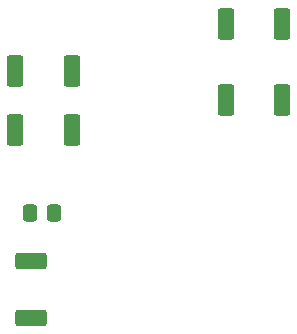
<source format=gbr>
%TF.GenerationSoftware,KiCad,Pcbnew,7.0.7*%
%TF.CreationDate,2024-02-22T12:37:55+00:00*%
%TF.ProjectId,massFlowControllerInterface_rev0,6d617373-466c-46f7-9743-6f6e74726f6c,rev?*%
%TF.SameCoordinates,Original*%
%TF.FileFunction,Paste,Top*%
%TF.FilePolarity,Positive*%
%FSLAX46Y46*%
G04 Gerber Fmt 4.6, Leading zero omitted, Abs format (unit mm)*
G04 Created by KiCad (PCBNEW 7.0.7) date 2024-02-22 12:37:55*
%MOMM*%
%LPD*%
G01*
G04 APERTURE LIST*
G04 Aperture macros list*
%AMRoundRect*
0 Rectangle with rounded corners*
0 $1 Rounding radius*
0 $2 $3 $4 $5 $6 $7 $8 $9 X,Y pos of 4 corners*
0 Add a 4 corners polygon primitive as box body*
4,1,4,$2,$3,$4,$5,$6,$7,$8,$9,$2,$3,0*
0 Add four circle primitives for the rounded corners*
1,1,$1+$1,$2,$3*
1,1,$1+$1,$4,$5*
1,1,$1+$1,$6,$7*
1,1,$1+$1,$8,$9*
0 Add four rect primitives between the rounded corners*
20,1,$1+$1,$2,$3,$4,$5,0*
20,1,$1+$1,$4,$5,$6,$7,0*
20,1,$1+$1,$6,$7,$8,$9,0*
20,1,$1+$1,$8,$9,$2,$3,0*%
G04 Aperture macros list end*
%ADD10RoundRect,0.249999X-0.450001X-1.075001X0.450001X-1.075001X0.450001X1.075001X-0.450001X1.075001X0*%
%ADD11RoundRect,0.249999X0.450001X1.075001X-0.450001X1.075001X-0.450001X-1.075001X0.450001X-1.075001X0*%
%ADD12RoundRect,0.250000X-0.337500X-0.475000X0.337500X-0.475000X0.337500X0.475000X-0.337500X0.475000X0*%
%ADD13RoundRect,0.249999X1.075001X-0.450001X1.075001X0.450001X-1.075001X0.450001X-1.075001X-0.450001X0*%
G04 APERTURE END LIST*
D10*
%TO.C,R3*%
X40500000Y-14000000D03*
X45300000Y-14000000D03*
%TD*%
%TO.C,R1*%
X22700000Y-18000000D03*
X27500000Y-18000000D03*
%TD*%
%TO.C,R2*%
X22700000Y-23000000D03*
X27500000Y-23000000D03*
%TD*%
D11*
%TO.C,R4*%
X45300000Y-20500000D03*
X40500000Y-20500000D03*
%TD*%
D12*
%TO.C,C1*%
X23925000Y-30000000D03*
X26000000Y-30000000D03*
%TD*%
D13*
%TO.C,R5*%
X24000000Y-38900000D03*
X24000000Y-34100000D03*
%TD*%
M02*

</source>
